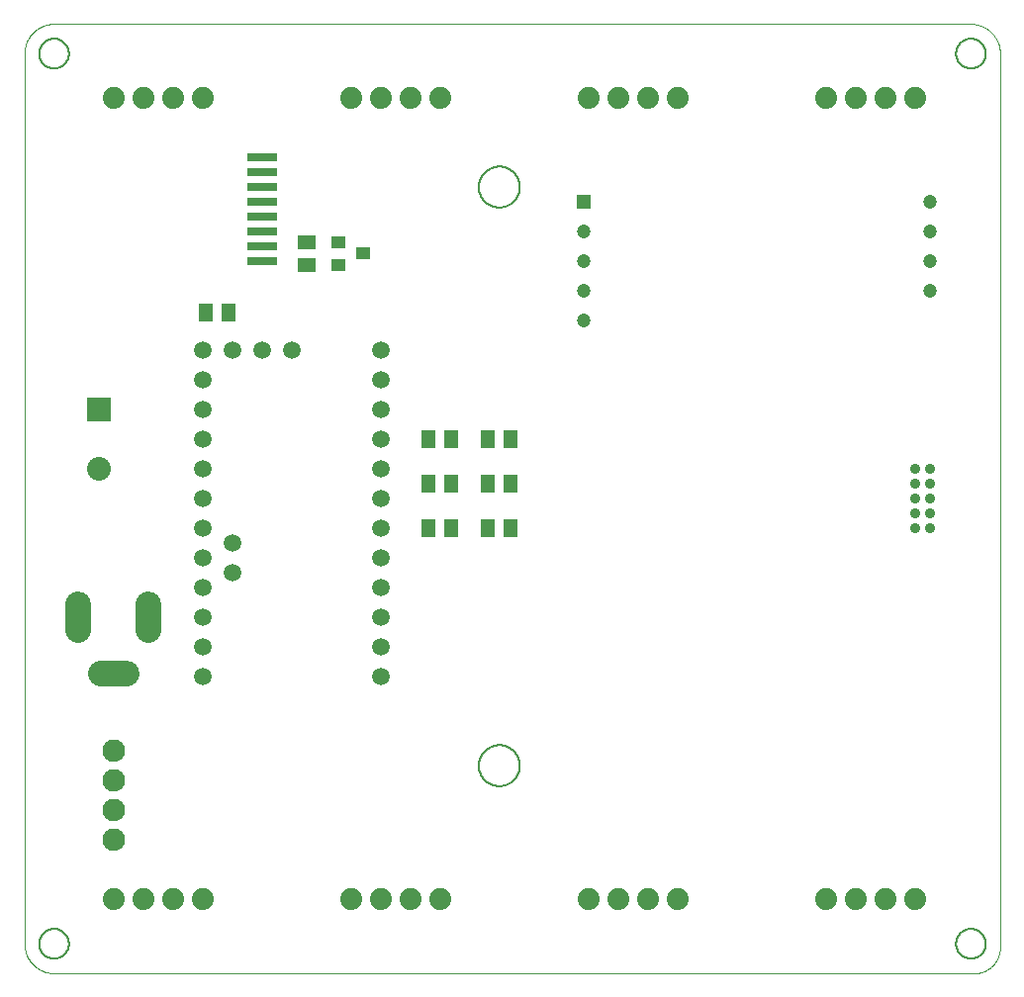
<source format=gts>
G75*
%MOIN*%
%OFA0B0*%
%FSLAX25Y25*%
%IPPOS*%
%LPD*%
%AMOC8*
5,1,8,0,0,1.08239X$1,22.5*
%
%ADD10C,0.00000*%
%ADD11C,0.00600*%
%ADD12C,0.07400*%
%ADD13C,0.08600*%
%ADD14C,0.05906*%
%ADD15R,0.04724X0.04724*%
%ADD16C,0.04724*%
%ADD17R,0.10000X0.03000*%
%ADD18R,0.05118X0.05906*%
%ADD19R,0.05906X0.05118*%
%ADD20R,0.08000X0.08000*%
%ADD21C,0.08000*%
%ADD22R,0.04724X0.04000*%
%ADD23C,0.03562*%
%ADD24C,0.07600*%
D10*
X0013520Y0011600D02*
X0013520Y0311561D01*
X0013523Y0311803D01*
X0013532Y0312044D01*
X0013546Y0312285D01*
X0013567Y0312526D01*
X0013593Y0312766D01*
X0013625Y0313006D01*
X0013663Y0313245D01*
X0013706Y0313482D01*
X0013756Y0313719D01*
X0013811Y0313954D01*
X0013871Y0314188D01*
X0013938Y0314420D01*
X0014009Y0314651D01*
X0014087Y0314880D01*
X0014170Y0315107D01*
X0014258Y0315332D01*
X0014352Y0315555D01*
X0014451Y0315775D01*
X0014556Y0315993D01*
X0014665Y0316208D01*
X0014780Y0316421D01*
X0014900Y0316631D01*
X0015025Y0316837D01*
X0015155Y0317041D01*
X0015290Y0317242D01*
X0015430Y0317439D01*
X0015574Y0317633D01*
X0015723Y0317823D01*
X0015877Y0318009D01*
X0016035Y0318192D01*
X0016197Y0318371D01*
X0016364Y0318546D01*
X0016535Y0318717D01*
X0016710Y0318884D01*
X0016889Y0319046D01*
X0017072Y0319204D01*
X0017258Y0319358D01*
X0017448Y0319507D01*
X0017642Y0319651D01*
X0017839Y0319791D01*
X0018040Y0319926D01*
X0018244Y0320056D01*
X0018450Y0320181D01*
X0018660Y0320301D01*
X0018873Y0320416D01*
X0019088Y0320525D01*
X0019306Y0320630D01*
X0019526Y0320729D01*
X0019749Y0320823D01*
X0019974Y0320911D01*
X0020201Y0320994D01*
X0020430Y0321072D01*
X0020661Y0321143D01*
X0020893Y0321210D01*
X0021127Y0321270D01*
X0021362Y0321325D01*
X0021599Y0321375D01*
X0021836Y0321418D01*
X0022075Y0321456D01*
X0022315Y0321488D01*
X0022555Y0321514D01*
X0022796Y0321535D01*
X0023037Y0321549D01*
X0023278Y0321558D01*
X0023520Y0321561D01*
X0332260Y0321561D01*
X0332501Y0321558D01*
X0332741Y0321549D01*
X0332982Y0321535D01*
X0333221Y0321514D01*
X0333461Y0321488D01*
X0333699Y0321456D01*
X0333937Y0321419D01*
X0334174Y0321375D01*
X0334409Y0321326D01*
X0334644Y0321272D01*
X0334877Y0321211D01*
X0335108Y0321145D01*
X0335338Y0321073D01*
X0335566Y0320996D01*
X0335792Y0320914D01*
X0336016Y0320826D01*
X0336238Y0320732D01*
X0336458Y0320633D01*
X0336675Y0320529D01*
X0336889Y0320420D01*
X0337101Y0320306D01*
X0337310Y0320186D01*
X0337516Y0320062D01*
X0337719Y0319932D01*
X0337918Y0319798D01*
X0338115Y0319659D01*
X0338308Y0319515D01*
X0338497Y0319366D01*
X0338683Y0319213D01*
X0338865Y0319056D01*
X0339044Y0318894D01*
X0339218Y0318728D01*
X0339388Y0318558D01*
X0339554Y0318384D01*
X0339716Y0318205D01*
X0339873Y0318023D01*
X0340026Y0317837D01*
X0340175Y0317648D01*
X0340319Y0317455D01*
X0340458Y0317258D01*
X0340592Y0317059D01*
X0340722Y0316856D01*
X0340846Y0316650D01*
X0340966Y0316441D01*
X0341080Y0316229D01*
X0341189Y0316015D01*
X0341293Y0315798D01*
X0341392Y0315578D01*
X0341486Y0315356D01*
X0341574Y0315132D01*
X0341656Y0314906D01*
X0341733Y0314678D01*
X0341805Y0314448D01*
X0341871Y0314217D01*
X0341932Y0313984D01*
X0341986Y0313749D01*
X0342035Y0313514D01*
X0342079Y0313277D01*
X0342116Y0313039D01*
X0342148Y0312801D01*
X0342174Y0312561D01*
X0342195Y0312322D01*
X0342209Y0312081D01*
X0342218Y0311841D01*
X0342221Y0311600D01*
X0342220Y0311600D02*
X0342220Y0010301D01*
X0342221Y0010301D02*
X0342218Y0010091D01*
X0342211Y0009881D01*
X0342198Y0009671D01*
X0342180Y0009461D01*
X0342158Y0009252D01*
X0342130Y0009044D01*
X0342097Y0008836D01*
X0342059Y0008629D01*
X0342016Y0008423D01*
X0341968Y0008219D01*
X0341915Y0008015D01*
X0341858Y0007813D01*
X0341795Y0007612D01*
X0341728Y0007413D01*
X0341656Y0007216D01*
X0341579Y0007020D01*
X0341497Y0006826D01*
X0341411Y0006634D01*
X0341320Y0006445D01*
X0341224Y0006257D01*
X0341124Y0006072D01*
X0341020Y0005890D01*
X0340911Y0005710D01*
X0340798Y0005533D01*
X0340681Y0005358D01*
X0340559Y0005187D01*
X0340434Y0005018D01*
X0340304Y0004853D01*
X0340170Y0004690D01*
X0340033Y0004531D01*
X0339891Y0004375D01*
X0339746Y0004223D01*
X0339598Y0004075D01*
X0339446Y0003930D01*
X0339290Y0003788D01*
X0339131Y0003651D01*
X0338968Y0003517D01*
X0338803Y0003387D01*
X0338634Y0003262D01*
X0338463Y0003140D01*
X0338288Y0003023D01*
X0338111Y0002910D01*
X0337931Y0002801D01*
X0337749Y0002697D01*
X0337564Y0002597D01*
X0337376Y0002501D01*
X0337187Y0002410D01*
X0336995Y0002324D01*
X0336801Y0002242D01*
X0336605Y0002165D01*
X0336408Y0002093D01*
X0336209Y0002026D01*
X0336008Y0001963D01*
X0335806Y0001906D01*
X0335602Y0001853D01*
X0335398Y0001805D01*
X0335192Y0001762D01*
X0334985Y0001724D01*
X0334777Y0001691D01*
X0334569Y0001663D01*
X0334360Y0001641D01*
X0334150Y0001623D01*
X0333940Y0001610D01*
X0333730Y0001603D01*
X0333520Y0001600D01*
X0023520Y0001600D01*
X0023278Y0001603D01*
X0023037Y0001612D01*
X0022796Y0001626D01*
X0022555Y0001647D01*
X0022315Y0001673D01*
X0022075Y0001705D01*
X0021836Y0001743D01*
X0021599Y0001786D01*
X0021362Y0001836D01*
X0021127Y0001891D01*
X0020893Y0001951D01*
X0020661Y0002018D01*
X0020430Y0002089D01*
X0020201Y0002167D01*
X0019974Y0002250D01*
X0019749Y0002338D01*
X0019526Y0002432D01*
X0019306Y0002531D01*
X0019088Y0002636D01*
X0018873Y0002745D01*
X0018660Y0002860D01*
X0018450Y0002980D01*
X0018244Y0003105D01*
X0018040Y0003235D01*
X0017839Y0003370D01*
X0017642Y0003510D01*
X0017448Y0003654D01*
X0017258Y0003803D01*
X0017072Y0003957D01*
X0016889Y0004115D01*
X0016710Y0004277D01*
X0016535Y0004444D01*
X0016364Y0004615D01*
X0016197Y0004790D01*
X0016035Y0004969D01*
X0015877Y0005152D01*
X0015723Y0005338D01*
X0015574Y0005528D01*
X0015430Y0005722D01*
X0015290Y0005919D01*
X0015155Y0006120D01*
X0015025Y0006324D01*
X0014900Y0006530D01*
X0014780Y0006740D01*
X0014665Y0006953D01*
X0014556Y0007168D01*
X0014451Y0007386D01*
X0014352Y0007606D01*
X0014258Y0007829D01*
X0014170Y0008054D01*
X0014087Y0008281D01*
X0014009Y0008510D01*
X0013938Y0008741D01*
X0013871Y0008973D01*
X0013811Y0009207D01*
X0013756Y0009442D01*
X0013706Y0009679D01*
X0013663Y0009916D01*
X0013625Y0010155D01*
X0013593Y0010395D01*
X0013567Y0010635D01*
X0013546Y0010876D01*
X0013532Y0011117D01*
X0013523Y0011358D01*
X0013520Y0011600D01*
D11*
X0018520Y0011600D02*
X0018522Y0011741D01*
X0018528Y0011882D01*
X0018538Y0012022D01*
X0018552Y0012162D01*
X0018570Y0012302D01*
X0018591Y0012441D01*
X0018617Y0012580D01*
X0018646Y0012718D01*
X0018680Y0012854D01*
X0018717Y0012990D01*
X0018758Y0013125D01*
X0018803Y0013259D01*
X0018852Y0013391D01*
X0018904Y0013522D01*
X0018960Y0013651D01*
X0019020Y0013778D01*
X0019083Y0013904D01*
X0019149Y0014028D01*
X0019220Y0014151D01*
X0019293Y0014271D01*
X0019370Y0014389D01*
X0019450Y0014505D01*
X0019534Y0014618D01*
X0019620Y0014729D01*
X0019710Y0014838D01*
X0019803Y0014944D01*
X0019898Y0015047D01*
X0019997Y0015148D01*
X0020098Y0015246D01*
X0020202Y0015341D01*
X0020309Y0015433D01*
X0020418Y0015522D01*
X0020530Y0015607D01*
X0020644Y0015690D01*
X0020760Y0015770D01*
X0020879Y0015846D01*
X0021000Y0015918D01*
X0021122Y0015988D01*
X0021247Y0016053D01*
X0021373Y0016116D01*
X0021501Y0016174D01*
X0021631Y0016229D01*
X0021762Y0016281D01*
X0021895Y0016328D01*
X0022029Y0016372D01*
X0022164Y0016413D01*
X0022300Y0016449D01*
X0022437Y0016481D01*
X0022575Y0016510D01*
X0022713Y0016535D01*
X0022853Y0016555D01*
X0022993Y0016572D01*
X0023133Y0016585D01*
X0023274Y0016594D01*
X0023414Y0016599D01*
X0023555Y0016600D01*
X0023696Y0016597D01*
X0023837Y0016590D01*
X0023977Y0016579D01*
X0024117Y0016564D01*
X0024257Y0016545D01*
X0024396Y0016523D01*
X0024534Y0016496D01*
X0024672Y0016466D01*
X0024808Y0016431D01*
X0024944Y0016393D01*
X0025078Y0016351D01*
X0025212Y0016305D01*
X0025344Y0016256D01*
X0025474Y0016202D01*
X0025603Y0016145D01*
X0025730Y0016085D01*
X0025856Y0016021D01*
X0025979Y0015953D01*
X0026101Y0015882D01*
X0026221Y0015808D01*
X0026338Y0015730D01*
X0026453Y0015649D01*
X0026566Y0015565D01*
X0026677Y0015478D01*
X0026785Y0015387D01*
X0026890Y0015294D01*
X0026993Y0015197D01*
X0027093Y0015098D01*
X0027190Y0014996D01*
X0027284Y0014891D01*
X0027375Y0014784D01*
X0027463Y0014674D01*
X0027548Y0014562D01*
X0027630Y0014447D01*
X0027709Y0014330D01*
X0027784Y0014211D01*
X0027856Y0014090D01*
X0027924Y0013967D01*
X0027989Y0013842D01*
X0028051Y0013715D01*
X0028108Y0013586D01*
X0028163Y0013456D01*
X0028213Y0013325D01*
X0028260Y0013192D01*
X0028303Y0013058D01*
X0028342Y0012922D01*
X0028377Y0012786D01*
X0028409Y0012649D01*
X0028436Y0012511D01*
X0028460Y0012372D01*
X0028480Y0012232D01*
X0028496Y0012092D01*
X0028508Y0011952D01*
X0028516Y0011811D01*
X0028520Y0011670D01*
X0028520Y0011530D01*
X0028516Y0011389D01*
X0028508Y0011248D01*
X0028496Y0011108D01*
X0028480Y0010968D01*
X0028460Y0010828D01*
X0028436Y0010689D01*
X0028409Y0010551D01*
X0028377Y0010414D01*
X0028342Y0010278D01*
X0028303Y0010142D01*
X0028260Y0010008D01*
X0028213Y0009875D01*
X0028163Y0009744D01*
X0028108Y0009614D01*
X0028051Y0009485D01*
X0027989Y0009358D01*
X0027924Y0009233D01*
X0027856Y0009110D01*
X0027784Y0008989D01*
X0027709Y0008870D01*
X0027630Y0008753D01*
X0027548Y0008638D01*
X0027463Y0008526D01*
X0027375Y0008416D01*
X0027284Y0008309D01*
X0027190Y0008204D01*
X0027093Y0008102D01*
X0026993Y0008003D01*
X0026890Y0007906D01*
X0026785Y0007813D01*
X0026677Y0007722D01*
X0026566Y0007635D01*
X0026453Y0007551D01*
X0026338Y0007470D01*
X0026221Y0007392D01*
X0026101Y0007318D01*
X0025979Y0007247D01*
X0025856Y0007179D01*
X0025730Y0007115D01*
X0025603Y0007055D01*
X0025474Y0006998D01*
X0025344Y0006944D01*
X0025212Y0006895D01*
X0025078Y0006849D01*
X0024944Y0006807D01*
X0024808Y0006769D01*
X0024672Y0006734D01*
X0024534Y0006704D01*
X0024396Y0006677D01*
X0024257Y0006655D01*
X0024117Y0006636D01*
X0023977Y0006621D01*
X0023837Y0006610D01*
X0023696Y0006603D01*
X0023555Y0006600D01*
X0023414Y0006601D01*
X0023274Y0006606D01*
X0023133Y0006615D01*
X0022993Y0006628D01*
X0022853Y0006645D01*
X0022713Y0006665D01*
X0022575Y0006690D01*
X0022437Y0006719D01*
X0022300Y0006751D01*
X0022164Y0006787D01*
X0022029Y0006828D01*
X0021895Y0006872D01*
X0021762Y0006919D01*
X0021631Y0006971D01*
X0021501Y0007026D01*
X0021373Y0007084D01*
X0021247Y0007147D01*
X0021122Y0007212D01*
X0021000Y0007282D01*
X0020879Y0007354D01*
X0020760Y0007430D01*
X0020644Y0007510D01*
X0020530Y0007593D01*
X0020418Y0007678D01*
X0020309Y0007767D01*
X0020202Y0007859D01*
X0020098Y0007954D01*
X0019997Y0008052D01*
X0019898Y0008153D01*
X0019803Y0008256D01*
X0019710Y0008362D01*
X0019620Y0008471D01*
X0019534Y0008582D01*
X0019450Y0008695D01*
X0019370Y0008811D01*
X0019293Y0008929D01*
X0019220Y0009049D01*
X0019149Y0009172D01*
X0019083Y0009296D01*
X0019020Y0009422D01*
X0018960Y0009549D01*
X0018904Y0009678D01*
X0018852Y0009809D01*
X0018803Y0009941D01*
X0018758Y0010075D01*
X0018717Y0010210D01*
X0018680Y0010346D01*
X0018646Y0010482D01*
X0018617Y0010620D01*
X0018591Y0010759D01*
X0018570Y0010898D01*
X0018552Y0011038D01*
X0018538Y0011178D01*
X0018528Y0011318D01*
X0018522Y0011459D01*
X0018520Y0011600D01*
X0166630Y0071600D02*
X0166632Y0071769D01*
X0166638Y0071938D01*
X0166649Y0072107D01*
X0166663Y0072275D01*
X0166682Y0072443D01*
X0166705Y0072611D01*
X0166731Y0072778D01*
X0166762Y0072944D01*
X0166797Y0073110D01*
X0166836Y0073274D01*
X0166880Y0073438D01*
X0166927Y0073600D01*
X0166978Y0073761D01*
X0167033Y0073921D01*
X0167092Y0074080D01*
X0167154Y0074237D01*
X0167221Y0074392D01*
X0167292Y0074546D01*
X0167366Y0074698D01*
X0167444Y0074848D01*
X0167525Y0074996D01*
X0167610Y0075142D01*
X0167699Y0075286D01*
X0167791Y0075428D01*
X0167887Y0075567D01*
X0167986Y0075704D01*
X0168088Y0075839D01*
X0168194Y0075971D01*
X0168303Y0076100D01*
X0168415Y0076227D01*
X0168530Y0076351D01*
X0168648Y0076472D01*
X0168769Y0076590D01*
X0168893Y0076705D01*
X0169020Y0076817D01*
X0169149Y0076926D01*
X0169281Y0077032D01*
X0169416Y0077134D01*
X0169553Y0077233D01*
X0169692Y0077329D01*
X0169834Y0077421D01*
X0169978Y0077510D01*
X0170124Y0077595D01*
X0170272Y0077676D01*
X0170422Y0077754D01*
X0170574Y0077828D01*
X0170728Y0077899D01*
X0170883Y0077966D01*
X0171040Y0078028D01*
X0171199Y0078087D01*
X0171359Y0078142D01*
X0171520Y0078193D01*
X0171682Y0078240D01*
X0171846Y0078284D01*
X0172010Y0078323D01*
X0172176Y0078358D01*
X0172342Y0078389D01*
X0172509Y0078415D01*
X0172677Y0078438D01*
X0172845Y0078457D01*
X0173013Y0078471D01*
X0173182Y0078482D01*
X0173351Y0078488D01*
X0173520Y0078490D01*
X0173689Y0078488D01*
X0173858Y0078482D01*
X0174027Y0078471D01*
X0174195Y0078457D01*
X0174363Y0078438D01*
X0174531Y0078415D01*
X0174698Y0078389D01*
X0174864Y0078358D01*
X0175030Y0078323D01*
X0175194Y0078284D01*
X0175358Y0078240D01*
X0175520Y0078193D01*
X0175681Y0078142D01*
X0175841Y0078087D01*
X0176000Y0078028D01*
X0176157Y0077966D01*
X0176312Y0077899D01*
X0176466Y0077828D01*
X0176618Y0077754D01*
X0176768Y0077676D01*
X0176916Y0077595D01*
X0177062Y0077510D01*
X0177206Y0077421D01*
X0177348Y0077329D01*
X0177487Y0077233D01*
X0177624Y0077134D01*
X0177759Y0077032D01*
X0177891Y0076926D01*
X0178020Y0076817D01*
X0178147Y0076705D01*
X0178271Y0076590D01*
X0178392Y0076472D01*
X0178510Y0076351D01*
X0178625Y0076227D01*
X0178737Y0076100D01*
X0178846Y0075971D01*
X0178952Y0075839D01*
X0179054Y0075704D01*
X0179153Y0075567D01*
X0179249Y0075428D01*
X0179341Y0075286D01*
X0179430Y0075142D01*
X0179515Y0074996D01*
X0179596Y0074848D01*
X0179674Y0074698D01*
X0179748Y0074546D01*
X0179819Y0074392D01*
X0179886Y0074237D01*
X0179948Y0074080D01*
X0180007Y0073921D01*
X0180062Y0073761D01*
X0180113Y0073600D01*
X0180160Y0073438D01*
X0180204Y0073274D01*
X0180243Y0073110D01*
X0180278Y0072944D01*
X0180309Y0072778D01*
X0180335Y0072611D01*
X0180358Y0072443D01*
X0180377Y0072275D01*
X0180391Y0072107D01*
X0180402Y0071938D01*
X0180408Y0071769D01*
X0180410Y0071600D01*
X0180408Y0071431D01*
X0180402Y0071262D01*
X0180391Y0071093D01*
X0180377Y0070925D01*
X0180358Y0070757D01*
X0180335Y0070589D01*
X0180309Y0070422D01*
X0180278Y0070256D01*
X0180243Y0070090D01*
X0180204Y0069926D01*
X0180160Y0069762D01*
X0180113Y0069600D01*
X0180062Y0069439D01*
X0180007Y0069279D01*
X0179948Y0069120D01*
X0179886Y0068963D01*
X0179819Y0068808D01*
X0179748Y0068654D01*
X0179674Y0068502D01*
X0179596Y0068352D01*
X0179515Y0068204D01*
X0179430Y0068058D01*
X0179341Y0067914D01*
X0179249Y0067772D01*
X0179153Y0067633D01*
X0179054Y0067496D01*
X0178952Y0067361D01*
X0178846Y0067229D01*
X0178737Y0067100D01*
X0178625Y0066973D01*
X0178510Y0066849D01*
X0178392Y0066728D01*
X0178271Y0066610D01*
X0178147Y0066495D01*
X0178020Y0066383D01*
X0177891Y0066274D01*
X0177759Y0066168D01*
X0177624Y0066066D01*
X0177487Y0065967D01*
X0177348Y0065871D01*
X0177206Y0065779D01*
X0177062Y0065690D01*
X0176916Y0065605D01*
X0176768Y0065524D01*
X0176618Y0065446D01*
X0176466Y0065372D01*
X0176312Y0065301D01*
X0176157Y0065234D01*
X0176000Y0065172D01*
X0175841Y0065113D01*
X0175681Y0065058D01*
X0175520Y0065007D01*
X0175358Y0064960D01*
X0175194Y0064916D01*
X0175030Y0064877D01*
X0174864Y0064842D01*
X0174698Y0064811D01*
X0174531Y0064785D01*
X0174363Y0064762D01*
X0174195Y0064743D01*
X0174027Y0064729D01*
X0173858Y0064718D01*
X0173689Y0064712D01*
X0173520Y0064710D01*
X0173351Y0064712D01*
X0173182Y0064718D01*
X0173013Y0064729D01*
X0172845Y0064743D01*
X0172677Y0064762D01*
X0172509Y0064785D01*
X0172342Y0064811D01*
X0172176Y0064842D01*
X0172010Y0064877D01*
X0171846Y0064916D01*
X0171682Y0064960D01*
X0171520Y0065007D01*
X0171359Y0065058D01*
X0171199Y0065113D01*
X0171040Y0065172D01*
X0170883Y0065234D01*
X0170728Y0065301D01*
X0170574Y0065372D01*
X0170422Y0065446D01*
X0170272Y0065524D01*
X0170124Y0065605D01*
X0169978Y0065690D01*
X0169834Y0065779D01*
X0169692Y0065871D01*
X0169553Y0065967D01*
X0169416Y0066066D01*
X0169281Y0066168D01*
X0169149Y0066274D01*
X0169020Y0066383D01*
X0168893Y0066495D01*
X0168769Y0066610D01*
X0168648Y0066728D01*
X0168530Y0066849D01*
X0168415Y0066973D01*
X0168303Y0067100D01*
X0168194Y0067229D01*
X0168088Y0067361D01*
X0167986Y0067496D01*
X0167887Y0067633D01*
X0167791Y0067772D01*
X0167699Y0067914D01*
X0167610Y0068058D01*
X0167525Y0068204D01*
X0167444Y0068352D01*
X0167366Y0068502D01*
X0167292Y0068654D01*
X0167221Y0068808D01*
X0167154Y0068963D01*
X0167092Y0069120D01*
X0167033Y0069279D01*
X0166978Y0069439D01*
X0166927Y0069600D01*
X0166880Y0069762D01*
X0166836Y0069926D01*
X0166797Y0070090D01*
X0166762Y0070256D01*
X0166731Y0070422D01*
X0166705Y0070589D01*
X0166682Y0070757D01*
X0166663Y0070925D01*
X0166649Y0071093D01*
X0166638Y0071262D01*
X0166632Y0071431D01*
X0166630Y0071600D01*
X0327417Y0011600D02*
X0327419Y0011741D01*
X0327425Y0011882D01*
X0327435Y0012022D01*
X0327449Y0012162D01*
X0327467Y0012302D01*
X0327488Y0012441D01*
X0327514Y0012580D01*
X0327543Y0012718D01*
X0327577Y0012854D01*
X0327614Y0012990D01*
X0327655Y0013125D01*
X0327700Y0013259D01*
X0327749Y0013391D01*
X0327801Y0013522D01*
X0327857Y0013651D01*
X0327917Y0013778D01*
X0327980Y0013904D01*
X0328046Y0014028D01*
X0328117Y0014151D01*
X0328190Y0014271D01*
X0328267Y0014389D01*
X0328347Y0014505D01*
X0328431Y0014618D01*
X0328517Y0014729D01*
X0328607Y0014838D01*
X0328700Y0014944D01*
X0328795Y0015047D01*
X0328894Y0015148D01*
X0328995Y0015246D01*
X0329099Y0015341D01*
X0329206Y0015433D01*
X0329315Y0015522D01*
X0329427Y0015607D01*
X0329541Y0015690D01*
X0329657Y0015770D01*
X0329776Y0015846D01*
X0329897Y0015918D01*
X0330019Y0015988D01*
X0330144Y0016053D01*
X0330270Y0016116D01*
X0330398Y0016174D01*
X0330528Y0016229D01*
X0330659Y0016281D01*
X0330792Y0016328D01*
X0330926Y0016372D01*
X0331061Y0016413D01*
X0331197Y0016449D01*
X0331334Y0016481D01*
X0331472Y0016510D01*
X0331610Y0016535D01*
X0331750Y0016555D01*
X0331890Y0016572D01*
X0332030Y0016585D01*
X0332171Y0016594D01*
X0332311Y0016599D01*
X0332452Y0016600D01*
X0332593Y0016597D01*
X0332734Y0016590D01*
X0332874Y0016579D01*
X0333014Y0016564D01*
X0333154Y0016545D01*
X0333293Y0016523D01*
X0333431Y0016496D01*
X0333569Y0016466D01*
X0333705Y0016431D01*
X0333841Y0016393D01*
X0333975Y0016351D01*
X0334109Y0016305D01*
X0334241Y0016256D01*
X0334371Y0016202D01*
X0334500Y0016145D01*
X0334627Y0016085D01*
X0334753Y0016021D01*
X0334876Y0015953D01*
X0334998Y0015882D01*
X0335118Y0015808D01*
X0335235Y0015730D01*
X0335350Y0015649D01*
X0335463Y0015565D01*
X0335574Y0015478D01*
X0335682Y0015387D01*
X0335787Y0015294D01*
X0335890Y0015197D01*
X0335990Y0015098D01*
X0336087Y0014996D01*
X0336181Y0014891D01*
X0336272Y0014784D01*
X0336360Y0014674D01*
X0336445Y0014562D01*
X0336527Y0014447D01*
X0336606Y0014330D01*
X0336681Y0014211D01*
X0336753Y0014090D01*
X0336821Y0013967D01*
X0336886Y0013842D01*
X0336948Y0013715D01*
X0337005Y0013586D01*
X0337060Y0013456D01*
X0337110Y0013325D01*
X0337157Y0013192D01*
X0337200Y0013058D01*
X0337239Y0012922D01*
X0337274Y0012786D01*
X0337306Y0012649D01*
X0337333Y0012511D01*
X0337357Y0012372D01*
X0337377Y0012232D01*
X0337393Y0012092D01*
X0337405Y0011952D01*
X0337413Y0011811D01*
X0337417Y0011670D01*
X0337417Y0011530D01*
X0337413Y0011389D01*
X0337405Y0011248D01*
X0337393Y0011108D01*
X0337377Y0010968D01*
X0337357Y0010828D01*
X0337333Y0010689D01*
X0337306Y0010551D01*
X0337274Y0010414D01*
X0337239Y0010278D01*
X0337200Y0010142D01*
X0337157Y0010008D01*
X0337110Y0009875D01*
X0337060Y0009744D01*
X0337005Y0009614D01*
X0336948Y0009485D01*
X0336886Y0009358D01*
X0336821Y0009233D01*
X0336753Y0009110D01*
X0336681Y0008989D01*
X0336606Y0008870D01*
X0336527Y0008753D01*
X0336445Y0008638D01*
X0336360Y0008526D01*
X0336272Y0008416D01*
X0336181Y0008309D01*
X0336087Y0008204D01*
X0335990Y0008102D01*
X0335890Y0008003D01*
X0335787Y0007906D01*
X0335682Y0007813D01*
X0335574Y0007722D01*
X0335463Y0007635D01*
X0335350Y0007551D01*
X0335235Y0007470D01*
X0335118Y0007392D01*
X0334998Y0007318D01*
X0334876Y0007247D01*
X0334753Y0007179D01*
X0334627Y0007115D01*
X0334500Y0007055D01*
X0334371Y0006998D01*
X0334241Y0006944D01*
X0334109Y0006895D01*
X0333975Y0006849D01*
X0333841Y0006807D01*
X0333705Y0006769D01*
X0333569Y0006734D01*
X0333431Y0006704D01*
X0333293Y0006677D01*
X0333154Y0006655D01*
X0333014Y0006636D01*
X0332874Y0006621D01*
X0332734Y0006610D01*
X0332593Y0006603D01*
X0332452Y0006600D01*
X0332311Y0006601D01*
X0332171Y0006606D01*
X0332030Y0006615D01*
X0331890Y0006628D01*
X0331750Y0006645D01*
X0331610Y0006665D01*
X0331472Y0006690D01*
X0331334Y0006719D01*
X0331197Y0006751D01*
X0331061Y0006787D01*
X0330926Y0006828D01*
X0330792Y0006872D01*
X0330659Y0006919D01*
X0330528Y0006971D01*
X0330398Y0007026D01*
X0330270Y0007084D01*
X0330144Y0007147D01*
X0330019Y0007212D01*
X0329897Y0007282D01*
X0329776Y0007354D01*
X0329657Y0007430D01*
X0329541Y0007510D01*
X0329427Y0007593D01*
X0329315Y0007678D01*
X0329206Y0007767D01*
X0329099Y0007859D01*
X0328995Y0007954D01*
X0328894Y0008052D01*
X0328795Y0008153D01*
X0328700Y0008256D01*
X0328607Y0008362D01*
X0328517Y0008471D01*
X0328431Y0008582D01*
X0328347Y0008695D01*
X0328267Y0008811D01*
X0328190Y0008929D01*
X0328117Y0009049D01*
X0328046Y0009172D01*
X0327980Y0009296D01*
X0327917Y0009422D01*
X0327857Y0009549D01*
X0327801Y0009678D01*
X0327749Y0009809D01*
X0327700Y0009941D01*
X0327655Y0010075D01*
X0327614Y0010210D01*
X0327577Y0010346D01*
X0327543Y0010482D01*
X0327514Y0010620D01*
X0327488Y0010759D01*
X0327467Y0010898D01*
X0327449Y0011038D01*
X0327435Y0011178D01*
X0327425Y0011318D01*
X0327419Y0011459D01*
X0327417Y0011600D01*
X0166630Y0266600D02*
X0166632Y0266769D01*
X0166638Y0266938D01*
X0166649Y0267107D01*
X0166663Y0267275D01*
X0166682Y0267443D01*
X0166705Y0267611D01*
X0166731Y0267778D01*
X0166762Y0267944D01*
X0166797Y0268110D01*
X0166836Y0268274D01*
X0166880Y0268438D01*
X0166927Y0268600D01*
X0166978Y0268761D01*
X0167033Y0268921D01*
X0167092Y0269080D01*
X0167154Y0269237D01*
X0167221Y0269392D01*
X0167292Y0269546D01*
X0167366Y0269698D01*
X0167444Y0269848D01*
X0167525Y0269996D01*
X0167610Y0270142D01*
X0167699Y0270286D01*
X0167791Y0270428D01*
X0167887Y0270567D01*
X0167986Y0270704D01*
X0168088Y0270839D01*
X0168194Y0270971D01*
X0168303Y0271100D01*
X0168415Y0271227D01*
X0168530Y0271351D01*
X0168648Y0271472D01*
X0168769Y0271590D01*
X0168893Y0271705D01*
X0169020Y0271817D01*
X0169149Y0271926D01*
X0169281Y0272032D01*
X0169416Y0272134D01*
X0169553Y0272233D01*
X0169692Y0272329D01*
X0169834Y0272421D01*
X0169978Y0272510D01*
X0170124Y0272595D01*
X0170272Y0272676D01*
X0170422Y0272754D01*
X0170574Y0272828D01*
X0170728Y0272899D01*
X0170883Y0272966D01*
X0171040Y0273028D01*
X0171199Y0273087D01*
X0171359Y0273142D01*
X0171520Y0273193D01*
X0171682Y0273240D01*
X0171846Y0273284D01*
X0172010Y0273323D01*
X0172176Y0273358D01*
X0172342Y0273389D01*
X0172509Y0273415D01*
X0172677Y0273438D01*
X0172845Y0273457D01*
X0173013Y0273471D01*
X0173182Y0273482D01*
X0173351Y0273488D01*
X0173520Y0273490D01*
X0173689Y0273488D01*
X0173858Y0273482D01*
X0174027Y0273471D01*
X0174195Y0273457D01*
X0174363Y0273438D01*
X0174531Y0273415D01*
X0174698Y0273389D01*
X0174864Y0273358D01*
X0175030Y0273323D01*
X0175194Y0273284D01*
X0175358Y0273240D01*
X0175520Y0273193D01*
X0175681Y0273142D01*
X0175841Y0273087D01*
X0176000Y0273028D01*
X0176157Y0272966D01*
X0176312Y0272899D01*
X0176466Y0272828D01*
X0176618Y0272754D01*
X0176768Y0272676D01*
X0176916Y0272595D01*
X0177062Y0272510D01*
X0177206Y0272421D01*
X0177348Y0272329D01*
X0177487Y0272233D01*
X0177624Y0272134D01*
X0177759Y0272032D01*
X0177891Y0271926D01*
X0178020Y0271817D01*
X0178147Y0271705D01*
X0178271Y0271590D01*
X0178392Y0271472D01*
X0178510Y0271351D01*
X0178625Y0271227D01*
X0178737Y0271100D01*
X0178846Y0270971D01*
X0178952Y0270839D01*
X0179054Y0270704D01*
X0179153Y0270567D01*
X0179249Y0270428D01*
X0179341Y0270286D01*
X0179430Y0270142D01*
X0179515Y0269996D01*
X0179596Y0269848D01*
X0179674Y0269698D01*
X0179748Y0269546D01*
X0179819Y0269392D01*
X0179886Y0269237D01*
X0179948Y0269080D01*
X0180007Y0268921D01*
X0180062Y0268761D01*
X0180113Y0268600D01*
X0180160Y0268438D01*
X0180204Y0268274D01*
X0180243Y0268110D01*
X0180278Y0267944D01*
X0180309Y0267778D01*
X0180335Y0267611D01*
X0180358Y0267443D01*
X0180377Y0267275D01*
X0180391Y0267107D01*
X0180402Y0266938D01*
X0180408Y0266769D01*
X0180410Y0266600D01*
X0180408Y0266431D01*
X0180402Y0266262D01*
X0180391Y0266093D01*
X0180377Y0265925D01*
X0180358Y0265757D01*
X0180335Y0265589D01*
X0180309Y0265422D01*
X0180278Y0265256D01*
X0180243Y0265090D01*
X0180204Y0264926D01*
X0180160Y0264762D01*
X0180113Y0264600D01*
X0180062Y0264439D01*
X0180007Y0264279D01*
X0179948Y0264120D01*
X0179886Y0263963D01*
X0179819Y0263808D01*
X0179748Y0263654D01*
X0179674Y0263502D01*
X0179596Y0263352D01*
X0179515Y0263204D01*
X0179430Y0263058D01*
X0179341Y0262914D01*
X0179249Y0262772D01*
X0179153Y0262633D01*
X0179054Y0262496D01*
X0178952Y0262361D01*
X0178846Y0262229D01*
X0178737Y0262100D01*
X0178625Y0261973D01*
X0178510Y0261849D01*
X0178392Y0261728D01*
X0178271Y0261610D01*
X0178147Y0261495D01*
X0178020Y0261383D01*
X0177891Y0261274D01*
X0177759Y0261168D01*
X0177624Y0261066D01*
X0177487Y0260967D01*
X0177348Y0260871D01*
X0177206Y0260779D01*
X0177062Y0260690D01*
X0176916Y0260605D01*
X0176768Y0260524D01*
X0176618Y0260446D01*
X0176466Y0260372D01*
X0176312Y0260301D01*
X0176157Y0260234D01*
X0176000Y0260172D01*
X0175841Y0260113D01*
X0175681Y0260058D01*
X0175520Y0260007D01*
X0175358Y0259960D01*
X0175194Y0259916D01*
X0175030Y0259877D01*
X0174864Y0259842D01*
X0174698Y0259811D01*
X0174531Y0259785D01*
X0174363Y0259762D01*
X0174195Y0259743D01*
X0174027Y0259729D01*
X0173858Y0259718D01*
X0173689Y0259712D01*
X0173520Y0259710D01*
X0173351Y0259712D01*
X0173182Y0259718D01*
X0173013Y0259729D01*
X0172845Y0259743D01*
X0172677Y0259762D01*
X0172509Y0259785D01*
X0172342Y0259811D01*
X0172176Y0259842D01*
X0172010Y0259877D01*
X0171846Y0259916D01*
X0171682Y0259960D01*
X0171520Y0260007D01*
X0171359Y0260058D01*
X0171199Y0260113D01*
X0171040Y0260172D01*
X0170883Y0260234D01*
X0170728Y0260301D01*
X0170574Y0260372D01*
X0170422Y0260446D01*
X0170272Y0260524D01*
X0170124Y0260605D01*
X0169978Y0260690D01*
X0169834Y0260779D01*
X0169692Y0260871D01*
X0169553Y0260967D01*
X0169416Y0261066D01*
X0169281Y0261168D01*
X0169149Y0261274D01*
X0169020Y0261383D01*
X0168893Y0261495D01*
X0168769Y0261610D01*
X0168648Y0261728D01*
X0168530Y0261849D01*
X0168415Y0261973D01*
X0168303Y0262100D01*
X0168194Y0262229D01*
X0168088Y0262361D01*
X0167986Y0262496D01*
X0167887Y0262633D01*
X0167791Y0262772D01*
X0167699Y0262914D01*
X0167610Y0263058D01*
X0167525Y0263204D01*
X0167444Y0263352D01*
X0167366Y0263502D01*
X0167292Y0263654D01*
X0167221Y0263808D01*
X0167154Y0263963D01*
X0167092Y0264120D01*
X0167033Y0264279D01*
X0166978Y0264439D01*
X0166927Y0264600D01*
X0166880Y0264762D01*
X0166836Y0264926D01*
X0166797Y0265090D01*
X0166762Y0265256D01*
X0166731Y0265422D01*
X0166705Y0265589D01*
X0166682Y0265757D01*
X0166663Y0265925D01*
X0166649Y0266093D01*
X0166638Y0266262D01*
X0166632Y0266431D01*
X0166630Y0266600D01*
X0018520Y0311600D02*
X0018522Y0311741D01*
X0018528Y0311882D01*
X0018538Y0312022D01*
X0018552Y0312162D01*
X0018570Y0312302D01*
X0018591Y0312441D01*
X0018617Y0312580D01*
X0018646Y0312718D01*
X0018680Y0312854D01*
X0018717Y0312990D01*
X0018758Y0313125D01*
X0018803Y0313259D01*
X0018852Y0313391D01*
X0018904Y0313522D01*
X0018960Y0313651D01*
X0019020Y0313778D01*
X0019083Y0313904D01*
X0019149Y0314028D01*
X0019220Y0314151D01*
X0019293Y0314271D01*
X0019370Y0314389D01*
X0019450Y0314505D01*
X0019534Y0314618D01*
X0019620Y0314729D01*
X0019710Y0314838D01*
X0019803Y0314944D01*
X0019898Y0315047D01*
X0019997Y0315148D01*
X0020098Y0315246D01*
X0020202Y0315341D01*
X0020309Y0315433D01*
X0020418Y0315522D01*
X0020530Y0315607D01*
X0020644Y0315690D01*
X0020760Y0315770D01*
X0020879Y0315846D01*
X0021000Y0315918D01*
X0021122Y0315988D01*
X0021247Y0316053D01*
X0021373Y0316116D01*
X0021501Y0316174D01*
X0021631Y0316229D01*
X0021762Y0316281D01*
X0021895Y0316328D01*
X0022029Y0316372D01*
X0022164Y0316413D01*
X0022300Y0316449D01*
X0022437Y0316481D01*
X0022575Y0316510D01*
X0022713Y0316535D01*
X0022853Y0316555D01*
X0022993Y0316572D01*
X0023133Y0316585D01*
X0023274Y0316594D01*
X0023414Y0316599D01*
X0023555Y0316600D01*
X0023696Y0316597D01*
X0023837Y0316590D01*
X0023977Y0316579D01*
X0024117Y0316564D01*
X0024257Y0316545D01*
X0024396Y0316523D01*
X0024534Y0316496D01*
X0024672Y0316466D01*
X0024808Y0316431D01*
X0024944Y0316393D01*
X0025078Y0316351D01*
X0025212Y0316305D01*
X0025344Y0316256D01*
X0025474Y0316202D01*
X0025603Y0316145D01*
X0025730Y0316085D01*
X0025856Y0316021D01*
X0025979Y0315953D01*
X0026101Y0315882D01*
X0026221Y0315808D01*
X0026338Y0315730D01*
X0026453Y0315649D01*
X0026566Y0315565D01*
X0026677Y0315478D01*
X0026785Y0315387D01*
X0026890Y0315294D01*
X0026993Y0315197D01*
X0027093Y0315098D01*
X0027190Y0314996D01*
X0027284Y0314891D01*
X0027375Y0314784D01*
X0027463Y0314674D01*
X0027548Y0314562D01*
X0027630Y0314447D01*
X0027709Y0314330D01*
X0027784Y0314211D01*
X0027856Y0314090D01*
X0027924Y0313967D01*
X0027989Y0313842D01*
X0028051Y0313715D01*
X0028108Y0313586D01*
X0028163Y0313456D01*
X0028213Y0313325D01*
X0028260Y0313192D01*
X0028303Y0313058D01*
X0028342Y0312922D01*
X0028377Y0312786D01*
X0028409Y0312649D01*
X0028436Y0312511D01*
X0028460Y0312372D01*
X0028480Y0312232D01*
X0028496Y0312092D01*
X0028508Y0311952D01*
X0028516Y0311811D01*
X0028520Y0311670D01*
X0028520Y0311530D01*
X0028516Y0311389D01*
X0028508Y0311248D01*
X0028496Y0311108D01*
X0028480Y0310968D01*
X0028460Y0310828D01*
X0028436Y0310689D01*
X0028409Y0310551D01*
X0028377Y0310414D01*
X0028342Y0310278D01*
X0028303Y0310142D01*
X0028260Y0310008D01*
X0028213Y0309875D01*
X0028163Y0309744D01*
X0028108Y0309614D01*
X0028051Y0309485D01*
X0027989Y0309358D01*
X0027924Y0309233D01*
X0027856Y0309110D01*
X0027784Y0308989D01*
X0027709Y0308870D01*
X0027630Y0308753D01*
X0027548Y0308638D01*
X0027463Y0308526D01*
X0027375Y0308416D01*
X0027284Y0308309D01*
X0027190Y0308204D01*
X0027093Y0308102D01*
X0026993Y0308003D01*
X0026890Y0307906D01*
X0026785Y0307813D01*
X0026677Y0307722D01*
X0026566Y0307635D01*
X0026453Y0307551D01*
X0026338Y0307470D01*
X0026221Y0307392D01*
X0026101Y0307318D01*
X0025979Y0307247D01*
X0025856Y0307179D01*
X0025730Y0307115D01*
X0025603Y0307055D01*
X0025474Y0306998D01*
X0025344Y0306944D01*
X0025212Y0306895D01*
X0025078Y0306849D01*
X0024944Y0306807D01*
X0024808Y0306769D01*
X0024672Y0306734D01*
X0024534Y0306704D01*
X0024396Y0306677D01*
X0024257Y0306655D01*
X0024117Y0306636D01*
X0023977Y0306621D01*
X0023837Y0306610D01*
X0023696Y0306603D01*
X0023555Y0306600D01*
X0023414Y0306601D01*
X0023274Y0306606D01*
X0023133Y0306615D01*
X0022993Y0306628D01*
X0022853Y0306645D01*
X0022713Y0306665D01*
X0022575Y0306690D01*
X0022437Y0306719D01*
X0022300Y0306751D01*
X0022164Y0306787D01*
X0022029Y0306828D01*
X0021895Y0306872D01*
X0021762Y0306919D01*
X0021631Y0306971D01*
X0021501Y0307026D01*
X0021373Y0307084D01*
X0021247Y0307147D01*
X0021122Y0307212D01*
X0021000Y0307282D01*
X0020879Y0307354D01*
X0020760Y0307430D01*
X0020644Y0307510D01*
X0020530Y0307593D01*
X0020418Y0307678D01*
X0020309Y0307767D01*
X0020202Y0307859D01*
X0020098Y0307954D01*
X0019997Y0308052D01*
X0019898Y0308153D01*
X0019803Y0308256D01*
X0019710Y0308362D01*
X0019620Y0308471D01*
X0019534Y0308582D01*
X0019450Y0308695D01*
X0019370Y0308811D01*
X0019293Y0308929D01*
X0019220Y0309049D01*
X0019149Y0309172D01*
X0019083Y0309296D01*
X0019020Y0309422D01*
X0018960Y0309549D01*
X0018904Y0309678D01*
X0018852Y0309809D01*
X0018803Y0309941D01*
X0018758Y0310075D01*
X0018717Y0310210D01*
X0018680Y0310346D01*
X0018646Y0310482D01*
X0018617Y0310620D01*
X0018591Y0310759D01*
X0018570Y0310898D01*
X0018552Y0311038D01*
X0018538Y0311178D01*
X0018528Y0311318D01*
X0018522Y0311459D01*
X0018520Y0311600D01*
X0327417Y0311600D02*
X0327419Y0311741D01*
X0327425Y0311882D01*
X0327435Y0312022D01*
X0327449Y0312162D01*
X0327467Y0312302D01*
X0327488Y0312441D01*
X0327514Y0312580D01*
X0327543Y0312718D01*
X0327577Y0312854D01*
X0327614Y0312990D01*
X0327655Y0313125D01*
X0327700Y0313259D01*
X0327749Y0313391D01*
X0327801Y0313522D01*
X0327857Y0313651D01*
X0327917Y0313778D01*
X0327980Y0313904D01*
X0328046Y0314028D01*
X0328117Y0314151D01*
X0328190Y0314271D01*
X0328267Y0314389D01*
X0328347Y0314505D01*
X0328431Y0314618D01*
X0328517Y0314729D01*
X0328607Y0314838D01*
X0328700Y0314944D01*
X0328795Y0315047D01*
X0328894Y0315148D01*
X0328995Y0315246D01*
X0329099Y0315341D01*
X0329206Y0315433D01*
X0329315Y0315522D01*
X0329427Y0315607D01*
X0329541Y0315690D01*
X0329657Y0315770D01*
X0329776Y0315846D01*
X0329897Y0315918D01*
X0330019Y0315988D01*
X0330144Y0316053D01*
X0330270Y0316116D01*
X0330398Y0316174D01*
X0330528Y0316229D01*
X0330659Y0316281D01*
X0330792Y0316328D01*
X0330926Y0316372D01*
X0331061Y0316413D01*
X0331197Y0316449D01*
X0331334Y0316481D01*
X0331472Y0316510D01*
X0331610Y0316535D01*
X0331750Y0316555D01*
X0331890Y0316572D01*
X0332030Y0316585D01*
X0332171Y0316594D01*
X0332311Y0316599D01*
X0332452Y0316600D01*
X0332593Y0316597D01*
X0332734Y0316590D01*
X0332874Y0316579D01*
X0333014Y0316564D01*
X0333154Y0316545D01*
X0333293Y0316523D01*
X0333431Y0316496D01*
X0333569Y0316466D01*
X0333705Y0316431D01*
X0333841Y0316393D01*
X0333975Y0316351D01*
X0334109Y0316305D01*
X0334241Y0316256D01*
X0334371Y0316202D01*
X0334500Y0316145D01*
X0334627Y0316085D01*
X0334753Y0316021D01*
X0334876Y0315953D01*
X0334998Y0315882D01*
X0335118Y0315808D01*
X0335235Y0315730D01*
X0335350Y0315649D01*
X0335463Y0315565D01*
X0335574Y0315478D01*
X0335682Y0315387D01*
X0335787Y0315294D01*
X0335890Y0315197D01*
X0335990Y0315098D01*
X0336087Y0314996D01*
X0336181Y0314891D01*
X0336272Y0314784D01*
X0336360Y0314674D01*
X0336445Y0314562D01*
X0336527Y0314447D01*
X0336606Y0314330D01*
X0336681Y0314211D01*
X0336753Y0314090D01*
X0336821Y0313967D01*
X0336886Y0313842D01*
X0336948Y0313715D01*
X0337005Y0313586D01*
X0337060Y0313456D01*
X0337110Y0313325D01*
X0337157Y0313192D01*
X0337200Y0313058D01*
X0337239Y0312922D01*
X0337274Y0312786D01*
X0337306Y0312649D01*
X0337333Y0312511D01*
X0337357Y0312372D01*
X0337377Y0312232D01*
X0337393Y0312092D01*
X0337405Y0311952D01*
X0337413Y0311811D01*
X0337417Y0311670D01*
X0337417Y0311530D01*
X0337413Y0311389D01*
X0337405Y0311248D01*
X0337393Y0311108D01*
X0337377Y0310968D01*
X0337357Y0310828D01*
X0337333Y0310689D01*
X0337306Y0310551D01*
X0337274Y0310414D01*
X0337239Y0310278D01*
X0337200Y0310142D01*
X0337157Y0310008D01*
X0337110Y0309875D01*
X0337060Y0309744D01*
X0337005Y0309614D01*
X0336948Y0309485D01*
X0336886Y0309358D01*
X0336821Y0309233D01*
X0336753Y0309110D01*
X0336681Y0308989D01*
X0336606Y0308870D01*
X0336527Y0308753D01*
X0336445Y0308638D01*
X0336360Y0308526D01*
X0336272Y0308416D01*
X0336181Y0308309D01*
X0336087Y0308204D01*
X0335990Y0308102D01*
X0335890Y0308003D01*
X0335787Y0307906D01*
X0335682Y0307813D01*
X0335574Y0307722D01*
X0335463Y0307635D01*
X0335350Y0307551D01*
X0335235Y0307470D01*
X0335118Y0307392D01*
X0334998Y0307318D01*
X0334876Y0307247D01*
X0334753Y0307179D01*
X0334627Y0307115D01*
X0334500Y0307055D01*
X0334371Y0306998D01*
X0334241Y0306944D01*
X0334109Y0306895D01*
X0333975Y0306849D01*
X0333841Y0306807D01*
X0333705Y0306769D01*
X0333569Y0306734D01*
X0333431Y0306704D01*
X0333293Y0306677D01*
X0333154Y0306655D01*
X0333014Y0306636D01*
X0332874Y0306621D01*
X0332734Y0306610D01*
X0332593Y0306603D01*
X0332452Y0306600D01*
X0332311Y0306601D01*
X0332171Y0306606D01*
X0332030Y0306615D01*
X0331890Y0306628D01*
X0331750Y0306645D01*
X0331610Y0306665D01*
X0331472Y0306690D01*
X0331334Y0306719D01*
X0331197Y0306751D01*
X0331061Y0306787D01*
X0330926Y0306828D01*
X0330792Y0306872D01*
X0330659Y0306919D01*
X0330528Y0306971D01*
X0330398Y0307026D01*
X0330270Y0307084D01*
X0330144Y0307147D01*
X0330019Y0307212D01*
X0329897Y0307282D01*
X0329776Y0307354D01*
X0329657Y0307430D01*
X0329541Y0307510D01*
X0329427Y0307593D01*
X0329315Y0307678D01*
X0329206Y0307767D01*
X0329099Y0307859D01*
X0328995Y0307954D01*
X0328894Y0308052D01*
X0328795Y0308153D01*
X0328700Y0308256D01*
X0328607Y0308362D01*
X0328517Y0308471D01*
X0328431Y0308582D01*
X0328347Y0308695D01*
X0328267Y0308811D01*
X0328190Y0308929D01*
X0328117Y0309049D01*
X0328046Y0309172D01*
X0327980Y0309296D01*
X0327917Y0309422D01*
X0327857Y0309549D01*
X0327801Y0309678D01*
X0327749Y0309809D01*
X0327700Y0309941D01*
X0327655Y0310075D01*
X0327614Y0310210D01*
X0327577Y0310346D01*
X0327543Y0310482D01*
X0327514Y0310620D01*
X0327488Y0310759D01*
X0327467Y0310898D01*
X0327449Y0311038D01*
X0327435Y0311178D01*
X0327425Y0311318D01*
X0327419Y0311459D01*
X0327417Y0311600D01*
D12*
X0313520Y0296600D03*
X0303520Y0296600D03*
X0293520Y0296600D03*
X0283520Y0296600D03*
X0233520Y0296600D03*
X0223520Y0296600D03*
X0213520Y0296600D03*
X0203520Y0296600D03*
X0153520Y0296600D03*
X0143520Y0296600D03*
X0133520Y0296600D03*
X0123520Y0296600D03*
X0073520Y0296600D03*
X0063520Y0296600D03*
X0053520Y0296600D03*
X0043520Y0296600D03*
X0043520Y0026600D03*
X0053520Y0026600D03*
X0063520Y0026600D03*
X0073520Y0026600D03*
X0123520Y0026600D03*
X0133520Y0026600D03*
X0143520Y0026600D03*
X0153520Y0026600D03*
X0203520Y0026600D03*
X0213520Y0026600D03*
X0223520Y0026600D03*
X0233520Y0026600D03*
X0283520Y0026600D03*
X0293520Y0026600D03*
X0303520Y0026600D03*
X0313520Y0026600D03*
D13*
X0055331Y0117300D02*
X0055331Y0125900D01*
X0031709Y0125900D02*
X0031709Y0117300D01*
X0039220Y0102702D02*
X0047820Y0102702D01*
D14*
X0073520Y0101600D03*
X0073520Y0111600D03*
X0073520Y0121600D03*
X0073520Y0131600D03*
X0073520Y0141600D03*
X0073520Y0151600D03*
X0083520Y0146600D03*
X0083520Y0136600D03*
X0073520Y0161600D03*
X0073520Y0171600D03*
X0073520Y0181600D03*
X0073520Y0191600D03*
X0073520Y0201600D03*
X0073520Y0211600D03*
X0083520Y0211600D03*
X0093520Y0211600D03*
X0103520Y0211600D03*
X0133520Y0211600D03*
X0133520Y0201600D03*
X0133520Y0191600D03*
X0133520Y0181600D03*
X0133520Y0171600D03*
X0133520Y0161600D03*
X0133520Y0151600D03*
X0133520Y0141600D03*
X0133520Y0131600D03*
X0133520Y0121600D03*
X0133520Y0111600D03*
X0133520Y0101600D03*
D15*
X0202020Y0261600D03*
D16*
X0202020Y0251600D03*
X0202020Y0241600D03*
X0202020Y0231600D03*
X0202020Y0221600D03*
X0318520Y0231600D03*
X0318520Y0241600D03*
X0318520Y0251600D03*
X0318520Y0261600D03*
D17*
X0093520Y0261600D03*
X0093520Y0256600D03*
X0093520Y0251600D03*
X0093520Y0246600D03*
X0093520Y0241600D03*
X0093520Y0266600D03*
X0093520Y0271600D03*
X0093520Y0276600D03*
D18*
X0082260Y0224100D03*
X0074780Y0224100D03*
X0149780Y0181600D03*
X0157260Y0181600D03*
X0169780Y0181600D03*
X0177260Y0181600D03*
X0177260Y0166600D03*
X0169780Y0166600D03*
X0157260Y0166600D03*
X0149780Y0166600D03*
X0149780Y0151600D03*
X0157260Y0151600D03*
X0169780Y0151600D03*
X0177260Y0151600D03*
D19*
X0108520Y0240360D03*
X0108520Y0247840D03*
D20*
X0038520Y0191443D03*
D21*
X0038520Y0171757D03*
D22*
X0119346Y0240360D03*
X0119346Y0247840D03*
X0127693Y0244100D03*
D23*
X0313520Y0171600D03*
X0318520Y0171600D03*
X0318520Y0166600D03*
X0318520Y0161600D03*
X0318520Y0156600D03*
X0318520Y0151600D03*
X0313520Y0151600D03*
X0313520Y0156600D03*
X0313520Y0161600D03*
X0313520Y0166600D03*
D24*
X0043520Y0076600D03*
X0043520Y0066600D03*
X0043520Y0056600D03*
X0043520Y0046600D03*
M02*

</source>
